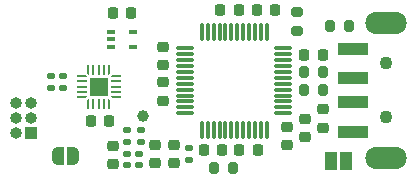
<source format=gbr>
%TF.GenerationSoftware,KiCad,Pcbnew,7.0.7*%
%TF.CreationDate,2023-12-11T16:01:13+01:00*%
%TF.ProjectId,ovrdrive,6f767264-7269-4766-952e-6b696361645f,rev?*%
%TF.SameCoordinates,Original*%
%TF.FileFunction,Soldermask,Top*%
%TF.FilePolarity,Negative*%
%FSLAX46Y46*%
G04 Gerber Fmt 4.6, Leading zero omitted, Abs format (unit mm)*
G04 Created by KiCad (PCBNEW 7.0.7) date 2023-12-11 16:01:13*
%MOMM*%
%LPD*%
G01*
G04 APERTURE LIST*
G04 Aperture macros list*
%AMRoundRect*
0 Rectangle with rounded corners*
0 $1 Rounding radius*
0 $2 $3 $4 $5 $6 $7 $8 $9 X,Y pos of 4 corners*
0 Add a 4 corners polygon primitive as box body*
4,1,4,$2,$3,$4,$5,$6,$7,$8,$9,$2,$3,0*
0 Add four circle primitives for the rounded corners*
1,1,$1+$1,$2,$3*
1,1,$1+$1,$4,$5*
1,1,$1+$1,$6,$7*
1,1,$1+$1,$8,$9*
0 Add four rect primitives between the rounded corners*
20,1,$1+$1,$2,$3,$4,$5,0*
20,1,$1+$1,$4,$5,$6,$7,0*
20,1,$1+$1,$6,$7,$8,$9,0*
20,1,$1+$1,$8,$9,$2,$3,0*%
%AMFreePoly0*
4,1,19,0.500000,-0.750000,0.000000,-0.750000,0.000000,-0.744911,-0.071157,-0.744911,-0.207708,-0.704816,-0.327430,-0.627875,-0.420627,-0.520320,-0.479746,-0.390866,-0.500000,-0.250000,-0.500000,0.250000,-0.479746,0.390866,-0.420627,0.520320,-0.327430,0.627875,-0.207708,0.704816,-0.071157,0.744911,0.000000,0.744911,0.000000,0.750000,0.500000,0.750000,0.500000,-0.750000,0.500000,-0.750000,
$1*%
%AMFreePoly1*
4,1,19,0.000000,0.744911,0.071157,0.744911,0.207708,0.704816,0.327430,0.627875,0.420627,0.520320,0.479746,0.390866,0.500000,0.250000,0.500000,-0.250000,0.479746,-0.390866,0.420627,-0.520320,0.327430,-0.627875,0.207708,-0.704816,0.071157,-0.744911,0.000000,-0.744911,0.000000,-0.750000,-0.500000,-0.750000,-0.500000,0.750000,0.000000,0.750000,0.000000,0.744911,0.000000,0.744911,
$1*%
%AMFreePoly2*
4,1,14,0.289644,0.110355,0.410355,-0.010356,0.425000,-0.045711,0.425000,-0.075000,0.410355,-0.110355,0.375000,-0.125000,-0.375000,-0.125000,-0.410355,-0.110355,-0.425000,-0.075000,-0.425000,0.075000,-0.410355,0.110355,-0.375000,0.125000,0.254289,0.125000,0.289644,0.110355,0.289644,0.110355,$1*%
%AMFreePoly3*
4,1,14,0.410355,0.110355,0.425000,0.075000,0.425000,0.045711,0.410355,0.010356,0.289644,-0.110355,0.254289,-0.125000,-0.375000,-0.125000,-0.410355,-0.110355,-0.425000,-0.075000,-0.425000,0.075000,-0.410355,0.110355,-0.375000,0.125000,0.375000,0.125000,0.410355,0.110355,0.410355,0.110355,$1*%
%AMFreePoly4*
4,1,14,0.110355,0.410355,0.125000,0.375000,0.125000,-0.375000,0.110355,-0.410355,0.075000,-0.425000,-0.075000,-0.425000,-0.110355,-0.410355,-0.125000,-0.375000,-0.125000,0.254289,-0.110355,0.289644,0.010356,0.410355,0.045711,0.425000,0.075000,0.425000,0.110355,0.410355,0.110355,0.410355,$1*%
%AMFreePoly5*
4,1,14,-0.010356,0.410355,0.110355,0.289644,0.125000,0.254289,0.125000,-0.375000,0.110355,-0.410355,0.075000,-0.425000,-0.075000,-0.425000,-0.110355,-0.410355,-0.125000,-0.375000,-0.125000,0.375000,-0.110355,0.410355,-0.075000,0.425000,-0.045711,0.425000,-0.010356,0.410355,-0.010356,0.410355,$1*%
%AMFreePoly6*
4,1,14,0.410355,0.110355,0.425000,0.075000,0.425000,-0.075000,0.410355,-0.110355,0.375000,-0.125000,-0.254289,-0.125000,-0.289644,-0.110355,-0.410355,0.010356,-0.425000,0.045711,-0.425000,0.075000,-0.410355,0.110355,-0.375000,0.125000,0.375000,0.125000,0.410355,0.110355,0.410355,0.110355,$1*%
%AMFreePoly7*
4,1,14,0.410355,0.110355,0.425000,0.075000,0.425000,-0.075000,0.410355,-0.110355,0.375000,-0.125000,-0.375000,-0.125000,-0.410355,-0.110355,-0.425000,-0.075000,-0.425000,-0.045711,-0.410355,-0.010356,-0.289644,0.110355,-0.254289,0.125000,0.375000,0.125000,0.410355,0.110355,0.410355,0.110355,$1*%
%AMFreePoly8*
4,1,14,0.110355,0.410355,0.125000,0.375000,0.125000,-0.254289,0.110355,-0.289644,-0.010356,-0.410355,-0.045711,-0.425000,-0.075000,-0.425000,-0.110355,-0.410355,-0.125000,-0.375000,-0.125000,0.375000,-0.110355,0.410355,-0.075000,0.425000,0.075000,0.425000,0.110355,0.410355,0.110355,0.410355,$1*%
%AMFreePoly9*
4,1,14,0.110355,0.410355,0.125000,0.375000,0.125000,-0.375000,0.110355,-0.410355,0.075000,-0.425000,0.045711,-0.425000,0.010356,-0.410355,-0.110355,-0.289644,-0.125000,-0.254289,-0.125000,0.375000,-0.110355,0.410355,-0.075000,0.425000,0.075000,0.425000,0.110355,0.410355,0.110355,0.410355,$1*%
G04 Aperture macros list end*
%ADD10RoundRect,0.218750X0.256250X-0.218750X0.256250X0.218750X-0.256250X0.218750X-0.256250X-0.218750X0*%
%ADD11RoundRect,0.225000X0.225000X0.250000X-0.225000X0.250000X-0.225000X-0.250000X0.225000X-0.250000X0*%
%ADD12RoundRect,0.147500X0.172500X-0.147500X0.172500X0.147500X-0.172500X0.147500X-0.172500X-0.147500X0*%
%ADD13RoundRect,0.225000X-0.225000X-0.250000X0.225000X-0.250000X0.225000X0.250000X-0.225000X0.250000X0*%
%ADD14RoundRect,0.200000X0.200000X0.275000X-0.200000X0.275000X-0.200000X-0.275000X0.200000X-0.275000X0*%
%ADD15RoundRect,0.225000X-0.250000X0.225000X-0.250000X-0.225000X0.250000X-0.225000X0.250000X0.225000X0*%
%ADD16RoundRect,0.135000X-0.185000X0.135000X-0.185000X-0.135000X0.185000X-0.135000X0.185000X0.135000X0*%
%ADD17FreePoly0,180.000000*%
%ADD18FreePoly1,180.000000*%
%ADD19C,1.100000*%
%ADD20R,2.500000X1.100000*%
%ADD21O,3.500000X1.900000*%
%ADD22R,0.650000X0.400000*%
%ADD23R,1.000000X1.000000*%
%ADD24O,1.000000X1.000000*%
%ADD25RoundRect,0.225000X0.250000X-0.225000X0.250000X0.225000X-0.250000X0.225000X-0.250000X-0.225000X0*%
%ADD26C,1.000000*%
%ADD27R,1.000000X1.500000*%
%ADD28RoundRect,0.200000X-0.275000X0.200000X-0.275000X-0.200000X0.275000X-0.200000X0.275000X0.200000X0*%
%ADD29RoundRect,0.135000X0.185000X-0.135000X0.185000X0.135000X-0.185000X0.135000X-0.185000X-0.135000X0*%
%ADD30FreePoly2,0.000000*%
%ADD31RoundRect,0.062500X-0.362500X-0.062500X0.362500X-0.062500X0.362500X0.062500X-0.362500X0.062500X0*%
%ADD32FreePoly3,0.000000*%
%ADD33FreePoly4,0.000000*%
%ADD34RoundRect,0.062500X-0.062500X-0.362500X0.062500X-0.362500X0.062500X0.362500X-0.062500X0.362500X0*%
%ADD35FreePoly5,0.000000*%
%ADD36FreePoly6,0.000000*%
%ADD37FreePoly7,0.000000*%
%ADD38FreePoly8,0.000000*%
%ADD39FreePoly9,0.000000*%
%ADD40R,1.600000X1.600000*%
%ADD41RoundRect,0.075000X-0.075000X0.662500X-0.075000X-0.662500X0.075000X-0.662500X0.075000X0.662500X0*%
%ADD42RoundRect,0.075000X-0.662500X0.075000X-0.662500X-0.075000X0.662500X-0.075000X0.662500X0.075000X0*%
G04 APERTURE END LIST*
D10*
%TO.C,D1*%
X124200000Y-110387500D03*
X124200000Y-108812500D03*
%TD*%
D11*
%TO.C,C17*%
X129675000Y-97400000D03*
X128125000Y-97400000D03*
%TD*%
D12*
%TO.C,D3*%
X121200000Y-110575000D03*
X121200000Y-109605000D03*
%TD*%
D13*
%TO.C,C7*%
X131225000Y-97400000D03*
X132775000Y-97400000D03*
%TD*%
D11*
%TO.C,C18*%
X120575000Y-97700000D03*
X119025000Y-97700000D03*
%TD*%
D14*
%TO.C,R4*%
X136825000Y-102700000D03*
X135175000Y-102700000D03*
%TD*%
%TO.C,R5*%
X139050000Y-98800000D03*
X137400000Y-98800000D03*
%TD*%
D15*
%TO.C,C6*%
X135300000Y-106625000D03*
X135300000Y-108175000D03*
%TD*%
D16*
%TO.C,R7*%
X114800000Y-102990000D03*
X114800000Y-104010000D03*
%TD*%
D17*
%TO.C,JP3*%
X115650000Y-109750000D03*
D18*
X114350000Y-109750000D03*
%TD*%
D19*
%TO.C,J1*%
X142100000Y-101900000D03*
X142100000Y-106500000D03*
D20*
X139350000Y-100700000D03*
X139350000Y-103200000D03*
X139350000Y-105200000D03*
X139350000Y-107700000D03*
D21*
X142100000Y-98500000D03*
X142100000Y-109900000D03*
%TD*%
D15*
%TO.C,C10*%
X123300000Y-103525000D03*
X123300000Y-105075000D03*
%TD*%
D22*
%TO.C,U4*%
X118850000Y-99250000D03*
X118850000Y-99900000D03*
X118850000Y-100550000D03*
X120750000Y-100550000D03*
X120750000Y-99250000D03*
%TD*%
D23*
%TO.C,J3*%
X112070000Y-107800000D03*
D24*
X110800000Y-107800000D03*
X112070000Y-106530000D03*
X110800000Y-106530000D03*
X112070000Y-105260000D03*
X110800000Y-105260000D03*
%TD*%
D11*
%TO.C,C8*%
X128275000Y-109300000D03*
X126725000Y-109300000D03*
%TD*%
D25*
%TO.C,C3*%
X119000000Y-110465000D03*
X119000000Y-108915000D03*
%TD*%
D26*
%TO.C,TP2*%
X121600000Y-106400000D03*
%TD*%
D12*
%TO.C,D2*%
X120200000Y-110575000D03*
X120200000Y-109605000D03*
%TD*%
D15*
%TO.C,C9*%
X136800000Y-105825000D03*
X136800000Y-107375000D03*
%TD*%
D27*
%TO.C,JP2*%
X138750000Y-110200000D03*
X137450000Y-110200000D03*
%TD*%
D16*
%TO.C,R9*%
X125500000Y-109090000D03*
X125500000Y-110110000D03*
%TD*%
D14*
%TO.C,R3*%
X136825000Y-104200000D03*
X135175000Y-104200000D03*
%TD*%
D28*
%TO.C,R10*%
X134600000Y-97575000D03*
X134600000Y-99225000D03*
%TD*%
D25*
%TO.C,C14*%
X122600000Y-110375000D03*
X122600000Y-108825000D03*
%TD*%
D11*
%TO.C,C4*%
X118700000Y-106800000D03*
X117150000Y-106800000D03*
%TD*%
D13*
%TO.C,C12*%
X129725000Y-109300000D03*
X131275000Y-109300000D03*
%TD*%
D29*
%TO.C,R1*%
X120200000Y-108600000D03*
X120200000Y-107580000D03*
%TD*%
%TO.C,R2*%
X121400000Y-108600000D03*
X121400000Y-107580000D03*
%TD*%
D30*
%TO.C,U3*%
X116375000Y-103000000D03*
D31*
X116375000Y-103450000D03*
X116375000Y-103900000D03*
X116375000Y-104350000D03*
D32*
X116375000Y-104800000D03*
D33*
X116925000Y-105350000D03*
D34*
X117375000Y-105350000D03*
X117825000Y-105350000D03*
X118275000Y-105350000D03*
D35*
X118725000Y-105350000D03*
D36*
X119275000Y-104800000D03*
D31*
X119275000Y-104350000D03*
X119275000Y-103900000D03*
X119275000Y-103450000D03*
D37*
X119275000Y-103000000D03*
D38*
X118725000Y-102450000D03*
D34*
X118275000Y-102450000D03*
X117825000Y-102450000D03*
X117375000Y-102450000D03*
D39*
X116925000Y-102450000D03*
D40*
X117825000Y-103900000D03*
%TD*%
D15*
%TO.C,C5*%
X133800000Y-107325000D03*
X133800000Y-108875000D03*
%TD*%
D25*
%TO.C,C11*%
X123300000Y-102075000D03*
X123300000Y-100525000D03*
%TD*%
D13*
%TO.C,C13*%
X135225000Y-101200000D03*
X136775000Y-101200000D03*
%TD*%
D14*
%TO.C,R6*%
X129225000Y-110800000D03*
X127575000Y-110800000D03*
%TD*%
D29*
%TO.C,R8*%
X113800000Y-104010000D03*
X113800000Y-102990000D03*
%TD*%
D41*
%TO.C,U1*%
X132050000Y-99237500D03*
X131550000Y-99237500D03*
X131050000Y-99237500D03*
X130550000Y-99237500D03*
X130050000Y-99237500D03*
X129550000Y-99237500D03*
X129050000Y-99237500D03*
X128550000Y-99237500D03*
X128050000Y-99237500D03*
X127550000Y-99237500D03*
X127050000Y-99237500D03*
X126550000Y-99237500D03*
D42*
X125137500Y-100650000D03*
X125137500Y-101150000D03*
X125137500Y-101650000D03*
X125137500Y-102150000D03*
X125137500Y-102650000D03*
X125137500Y-103150000D03*
X125137500Y-103650000D03*
X125137500Y-104150000D03*
X125137500Y-104650000D03*
X125137500Y-105150000D03*
X125137500Y-105650000D03*
X125137500Y-106150000D03*
D41*
X126550000Y-107562500D03*
X127050000Y-107562500D03*
X127550000Y-107562500D03*
X128050000Y-107562500D03*
X128550000Y-107562500D03*
X129050000Y-107562500D03*
X129550000Y-107562500D03*
X130050000Y-107562500D03*
X130550000Y-107562500D03*
X131050000Y-107562500D03*
X131550000Y-107562500D03*
X132050000Y-107562500D03*
D42*
X133462500Y-106150000D03*
X133462500Y-105650000D03*
X133462500Y-105150000D03*
X133462500Y-104650000D03*
X133462500Y-104150000D03*
X133462500Y-103650000D03*
X133462500Y-103150000D03*
X133462500Y-102650000D03*
X133462500Y-102150000D03*
X133462500Y-101650000D03*
X133462500Y-101150000D03*
X133462500Y-100650000D03*
%TD*%
M02*

</source>
